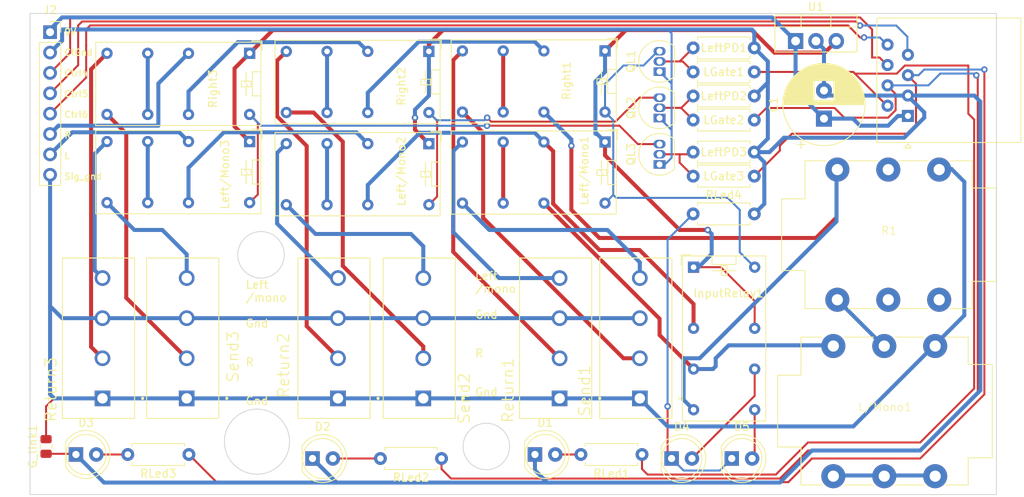
<source format=kicad_pcb>
(kicad_pcb (version 20221018) (generator pcbnew)
  (layers (0 "F.Cu" signal) (31 "B.Cu" signal) (34 "B.Paste" user) (35 "F.Paste" user) (36 "B.SilkS" user "B.Silkscreen") (37 "F.SilkS" user "F.Silkscreen") (38 "B.Mask" user) (39 "F.Mask" user) (44 "Edge.Cuts" user))
  (net 0 "")
  (net 1 "Net-(D2-A)")
  (net 2 "/9V")
  (net 3 "/Ctrl_GND")
  (net 4 "Net-(D1-A)")
  (net 5 "/R_in")
  (net 6 "/L_in")
  (net 7 "/Signal_Gnd")
  (net 8 "/R_out")
  (net 9 "Net-(D3-A)")
  (net 10 "Net-(D4-K)")
  (net 11 "/5V")
  (net 12 "/L_out")
  (net 13 "Net-(D4-A)")
  (net 14 "Net-(D5-A)")
  (net 15 "Net-(Left/Mono1-Pad11)")
  (net 16 "Net-(Right1-Pad11)")
  (net 17 "Net-(QL1-D)")
  (net 18 "Net-(QL1-G)")
  (net 19 "Net-(InputRelay1-Pad4)")
  (net 20 "/Control1")
  (net 21 "/Control2")
  (net 22 "/Control3")
  (net 23 "/Control4")
  (net 24 "/Control5")
  (net 25 "/Control6")
  (net 26 "/R_Return1")
  (net 27 "/L_Return2")
  (net 28 "/R_send1")
  (net 29 "/L_Send1")
  (net 30 "/R_Return2")
  (net 31 "/R_Return3")
  (net 32 "/L_Return3")
  (net 33 "/R_send2")
  (net 34 "/L_Send2")
  (net 35 "/R_send3")
  (net 36 "/L_Send3")
  (net 37 "/L_Return1")
  (net 38 "Net-(Left/Mono2-Pad4)")
  (net 39 "Net-(Left/Mono2-Pad11)")
  (net 40 "Net-(QL2-D)")
  (net 41 "Net-(Left/Mono3-Pad11)")
  (net 42 "Net-(QL3-D)")
  (net 43 "Net-(QL2-G)")
  (net 44 "Net-(QL3-G)")
  (net 45 "Net-(Right1-Pad4)")
  (net 46 "Net-(Right2-Pad4)")
  (net 47 "Net-(Right2-Pad11)")
  (net 48 "Net-(Right3-Pad11)")
  (net 49 "Net-(L/Mono1-PadR)")
  (net 50 "Net-(L/Mono1-PadRN)")
  (footprint "Relay_THT:Relay_DPDT_Omron_G5V-2" (layer "F.Cu") (at 148.38 42.975 -90)
    (fp_text reference "Right3")
    (fp_text value "G5V-2")
  )
  (footprint "Connector_PinSocket_2.54mm:PinSocket_1x08_P2.54mm_Vertical" (layer "F.Cu") (at 123.5 40.34)
    (fp_text reference "J2")
    (fp_text value "Conn_01x08_Pin")
  )
  (footprint "Package_TO_SOT_THT:TO-92_Inline" (layer "F.Cu") (at 199.5 56.835 90)
    (fp_text reference "QL3")
    (fp_text value "2N7000")
  )
  (footprint "TB001_500_04BE:CUI_TB001-500-04BE" (layer "F.Cu") (at 159.4 86 90)
    (fp_text reference "Return2")
    (fp_text value "Screw_Terminal_01x04")
  )
  (footprint "Relay_parts:RJ456" (layer "F.Cu") (at 230.4 50.7825 90)
    (fp_text reference "J1" hide)
    (fp_text value "8P8C" hide)
  )
  (footprint "LED_THT:LED_D5.0mm" (layer "F.Cu") (at 156.225 93.5)
    (fp_text reference "D2")
    (fp_text value "LED")
  )
  (footprint "Resistor_THT:R_Axial_DIN0207_L6.3mm_D2.5mm_P7.62mm_Horizontal" (layer "F.Cu") (at 203.69 48.295)
    (fp_text reference "LeftPD2")
    (fp_text value "R")
  )
  (footprint "TB001_500_04BE:CUI_TB001-500-04BE" (layer "F.Cu") (at 140.5375 86 90)
    (fp_text reference "Send3")
    (fp_text value "Screw_Terminal_01x04")
  )
  (footprint "Relay_parts:0.25 Audio JAck" (layer "F.Cu") (at 221.565 57.385)
    (fp_text reference "R1")
    (fp_text value "AudioJack3_Switch")
  )
  (footprint "Relay_THT:Relay_DPDT_Omron_G5V-2" (layer "F.Cu") (at 148.38 53.975 -90)
    (fp_text reference "Left/Mono3")
    (fp_text value "G5V-2")
  )
  (footprint "Package_TO_SOT_THT:TO-220-3_Vertical" (layer "F.Cu") (at 216.46 41.445)
    (fp_text reference "U1")
    (fp_text value "L7805")
  )
  (footprint "Resistor_THT:R_Axial_DIN0207_L6.3mm_D2.5mm_P7.62mm_Horizontal" (layer "F.Cu") (at 203.69 55.295)
    (fp_text reference "LeftPD3")
    (fp_text value "R")
  )
  (footprint "Resistor_THT:R_Axial_DIN0207_L6.3mm_D2.5mm_P7.62mm_Horizontal" (layer "F.Cu") (at 197.31 93 180)
    (fp_text reference "RLed1")
    (fp_text value "100")
  )
  (footprint "LED_THT:LED_D5.0mm" (layer "F.Cu") (at 201 93.5)
    (fp_text reference "D4")
    (fp_text value "LED")
  )
  (footprint "Package_TO_SOT_THT:TO-92_Inline" (layer "F.Cu") (at 199.5 51.045 90)
    (fp_text reference "QL2")
    (fp_text value "2N7000")
  )
  (footprint "Resistor_THT:R_Axial_DIN0207_L6.3mm_D2.5mm_P7.62mm_Horizontal" (layer "F.Cu") (at 211.31 58.295 180)
    (fp_text reference "LGate3")
    (fp_text value "R")
  )
  (footprint "TB001_500_04BE:CUI_TB001-500-04BE" (layer "F.Cu") (at 170.0375 86 90)
    (fp_text reference "Send2")
    (fp_text value "Screw_Terminal_01x04")
  )
  (footprint "Relay_THT:Relay_DPDT_Omron_G5V-2" (layer "F.Cu") (at 192.7 54.0325 -90)
    (fp_text reference "Left/Mono1")
    (fp_text value "G5V-2")
  )
  (footprint "Package_TO_SOT_THT:TO-92_Inline" (layer "F.Cu") (at 199.5 45.255 90)
    (fp_text reference "QL1")
    (fp_text value "2N7000")
  )
  (footprint "Relay_parts:0.25 Audio JAck" (layer "F.Cu") (at 221.065 79.385)
    (fp_text reference "L/Mono1")
    (fp_text value "AudioJack3_Switch")
  )
  (footprint "Relay_THT:Relay_DPDT_Omron_G5V-2" (layer "F.Cu") (at 192.7 42.675 -90)
    (fp_text reference "Right1")
    (fp_text value "G5V-2")
  )
  (footprint "Resistor_SMD:R_0805_2012Metric" (layer "F.Cu") (at 123 92 90)
    (fp_text reference "G_link1")
    (fp_text value "R")
  )
  (footprint "TB001_500_04BE:CUI_TB001-500-04BE" (layer "F.Cu") (at 130.0375 86 90)
    (fp_text reference "Return3")
    (fp_text value "Screw_Terminal_01x04")
  )
  (footprint "Relay_THT:Relay_DPDT_Omron_G5V-2" (layer "F.Cu") (at 203.7375 69.6425)
    (fp_text reference "InputRelay1")
    (fp_text value "G5V-2")
  )
  (footprint "Resistor_THT:R_Axial_DIN0207_L6.3mm_D2.5mm_P7.62mm_Horizontal" (layer "F.Cu") (at 211.31 51.295 180)
    (fp_text reference "LGate2")
    (fp_text value "R")
  )
  (footprint "Resistor_THT:R_Axial_DIN0207_L6.3mm_D2.5mm_P7.62mm_Horizontal" (layer "F.Cu") (at 211.31 45.295 180)
    (fp_text reference "LGate1")
    (fp_text value "R")
  )
  (footprint "LED_THT:LED_D5.0mm" (layer "F.Cu") (at 126.725 93)
    (fp_text reference "D3")
    (fp_text value "LED")
  )
  (footprint "TB001_500_04BE:CUI_TB001-500-04BE" (layer "F.Cu") (at 187.0375 86 90)
    (fp_text reference "Return1")
    (fp_text value "Screw_Terminal_01x04")
  )
  (footprint "TB001_500_04BE:CUI_TB001-500-04BE" (layer "F.Cu") (at 197.0375 86 90)
    (fp_text reference "Send1")
    (fp_text value "Screw_Terminal_01x04")
  )
  (footprint "LED_THT:LED_D5.0mm" (layer "F.Cu") (at 183.96 93)
    (fp_text reference "D1")
    (fp_text value "LED")
  )
  (footprint "Capacitor_THT:CP_Radial_D10.0mm_P3.50mm" (layer "F.Cu") (at 220 51.117677 90)
    (fp_text reference "C1")
    (fp_text value "C_Polarized")
  )
  (footprint "Resistor_THT:R_Axial_DIN0207_L6.3mm_D2.5mm_P7.62mm_Horizontal" (layer "F.Cu") (at 203.69 42.295)
    (fp_text reference "LeftPD1")
    (fp_text value "R")
  )
  (footprint "Relay_THT:Relay_DPDT_Omron_G5V-2" (layer "F.Cu") (at 170.7375 54.2375 -90)
    (fp_text reference "Left/Mono2")
    (fp_text value "G5V-2")
  )
  (footprint "LED_THT:LED_D5.0mm" (layer "F.Cu") (at 208.5 93.5)
    (fp_text reference "D5")
    (fp_text value "LED")
  )
  (footprint "Relay_THT:Relay_DPDT_Omron_G5V-2" (layer "F.Cu") (at 170.7375 42.7375 -90)
    (fp_text reference "Right2")
    (fp_text value "G5V-2")
  )
  (footprint "Resistor_THT:R_Axial_DIN0207_L6.3mm_D2.5mm_P7.62mm_Horizontal" (layer "F.Cu") (at 140.81 93 180)
    (fp_text reference "RLed3")
    (fp_text value "100")
  )
  (footprint "Resistor_THT:R_Axial_DIN0207_L6.3mm_D2.5mm_P7.62mm_Horizontal" (layer "F.Cu") (at 203.69 63)
    (fp_text reference "RLed4")
    (fp_text value "?")
  )
  (footprint "Resistor_THT:R_Axial_DIN0207_L6.3mm_D2.5mm_P7.62mm_Horizontal" (layer "F.Cu") (at 172.31 93.5 180)
    (fp_text reference "RLed2")
    (fp_text value "100")
  )
  (gr_circle (center 177.9 92) (end 180 94) (stroke (width 0.1)) (fill none) (layer "Edge.Cuts"))
  (gr_rect (start 121 38) (end 241.5 98) (stroke (width 0.1)) (fill none) (layer "Edge.Cuts"))
  (gr_circle (center 149.8 68.1) (end 151.9 70.1) (stroke (width 0.1)) (fill none) (layer "Edge.Cuts"))
  (gr_circle (center 149.3 91.4) (end 151.8 94.6) (stroke (width 0.1)) (fill none) (layer "Edge.Cuts"))
  (gr_text "9V\n\nCtGnd\n\nCtrl4\n\nCtrl5\n\nCtrl6\n\nR\n\nL\n\nSig_gnd\n" (at 125.2 58.8) (layer "F.SilkS") (effects (font (size 0.8 0.8)) (justify left bottom)))
  (gr_text "Left\n/mono\n\nGnd\n\n\nR\n\n\nGnd" (at 147.8 86.9) (layer "F.SilkS") (effects (font (size 1 1)) (justify left bottom)))
  (gr_text "Left\n/mono\n\nGnd\n\n\nR\n\n\nGnd" (at 176.4 85.8) (layer "F.SilkS") (effects (font (size 1 1)) (justify left bottom)))
  (segment (start 164.69 93.5) (end 158.765 93.5) (width 0.25) (layer "F.Cu") (net 1))
  (segment (start 216.46 41.445) (end 216.46 47.577677) (width 0.5) (layer "B.Cu") (net 2))
  (segment (start 213.515 38.5) (end 216.46 41.445) (width 0.5) (layer "B.Cu") (net 2))
  (segment (start 216.46 47.577677) (end 220 51.117677) (width 0.5) (layer "B.Cu") (net 2))
  (segment (start 223.617677 51.117677) (end 220 51.117677) (width 0.5) (layer "B.Cu") (net 2))
  (segment (start 123.5 40.34) (end 123.5 40) (width 0.5) (layer "B.Cu") (net 2))
  (segment (start 228 52) (end 224.5 52) (width 0.5) (layer "B.Cu") (net 2))
  (segment (start 125 38.5) (end 213.515 38.5) (width 0.5) (layer "B.Cu") (net 2))
  (segment (start 229.2175 50.7825) (end 228 52) (width 0.5) (layer "B.Cu") (net 2))
  (segment (start 230.4 50.7825) (end 229.2175 50.7825) (width 0.5) (layer "B.Cu") (net 2))
  (segment (start 224.5 52) (end 223.617677 51.117677) (width 0.5) (layer "B.Cu") (net 2))
  (segment (start 123.5 40) (end 125 38.5) (width 0.5) (layer "B.Cu") (net 2))
  (segment (start 126.6375 92.9125) (end 126.725 93) (width 0.25) (layer "F.Cu") (net 3))
  (segment (start 123 92.9125) (end 126.6375 92.9125) (width 0.25) (layer "F.Cu") (net 3))
  (segment (start 159.225 96.5) (end 130.225 96.5) (width 0.5) (layer "B.Cu") (net 3))
  (segment (start 201 40.5) (end 200.5 40) (width 0.25) (layer "B.Cu") (net 3))
  (segment (start 232.5 50.3425) (end 232.5 51) (width 0.5) (layer "B.Cu") (net 3))
  (segment (start 213 43.985) (end 213 45.5) (width 0.5) (layer "B.Cu") (net 3))
  (segment (start 230 53.5) (end 215 53.5) (width 0.5) (layer "B.Cu") (net 3))
  (segment (start 238.7425 48.2425) (end 239.5 49) (width 0.5) (layer "B.Cu") (net 3))
  (segment (start 239.5 49) (end 239.5 85) (width 0.5) (layer "B.Cu") (net 3))
  (segment (start 239.5 85) (end 232 92.5) (width 0.5) (layer "B.Cu") (net 3))
  (segment (start 199.5 56.835) (end 200.165 56.835) (width 0.25) (layer "B.Cu") (net 3))
  (segment (start 183.96 94.96) (end 183.96 93) (width 0.5) (layer "B.Cu") (net 3))
  (segment (start 214.5 96.5) (end 186 96.5) (width 0.5) (layer "B.Cu") (net 3))
  (segment (start 123.5 42.88) (end 125 41.38) (width 0.5) (layer "B.Cu") (net 3))
  (segment (start 130.225 96.5) (end 126.725 93) (width 0.5) (layer "B.Cu") (net 3))
  (segment (start 211.31 40.31) (end 211.31 42.295) (width 0.5) (layer "B.Cu") (net 3))
  (segment (start 230.4 48.2425) (end 220.624823 48.2425) (width 0.5) (layer "B.Cu") (net 3))
  (segment (start 220.624823 48.2425) (end 220 47.617677) (width 0.5) (layer "B.Cu") (net 3))
  (segment (start 215 53.5) (end 213.205 55.295) (width 0.5) (layer "B.Cu") (net 3))
  (segment (start 186 96.5) (end 185.5 96.5) (width 0.5) (layer "B.Cu") (net 3))
  (segment (start 232 92.5) (end 218.5 92.5) (width 0.5) (layer "B.Cu") (net 3))
  (segment (start 220 47.617677) (end 220 42.445) (width 0.5) (layer "B.Cu") (net 3))
  (segment (start 211.31 55.295) (end 212.56 56.545) (width 0.5) (layer "B.Cu") (net 3))
  (segment (start 201 52.545) (end 199.5 51.045) (width 0.25) (layer "B.Cu") (net 3))
  (segment (start 211 40) (end 211.31 40.31) (width 0.5) (layer "B.Cu") (net 3))
  (segment (start 212.56 56.545) (end 212.56 61.75) (width 0.5) (layer "B.Cu") (net 3))
  (segment (start 230.4 48.2425) (end 238.7425 48.2425) (width 0.5) (layer "B.Cu") (net 3))
  (segment (start 125 40) (end 198 40) (width 0.5) (layer "B.Cu") (net 3))
  (segment (start 213 45.5) (end 213 46.605) (width 0.5) (layer "B.Cu") (net 3))
  (segment (start 213.205 55.295) (end 211.31 55.295) (width 0.5) (layer "B.Cu") (net 3))
  (segment (start 212.56 61.75) (end 211.31 63) (width 0.5) (layer "B.Cu") (net 3))
  (segment (start 213 46.605) (end 211.31 48.295) (width 0.5) (layer "B.Cu") (net 3))
  (segment (start 159.225 96.5) (end 156.225 93.5) (width 0.5) (layer "B.Cu") (net 3))
  (segment (start 201 56) (end 201 52.545) (width 0.25) (layer "B.Cu") (net 3))
  (segment (start 211.31 42.295) (end 213 43.985) (width 0.5) (layer "B.Cu") (net 3))
  (segment (start 213 53.605) (end 213 45.5) (width 0.5) (layer "B.Cu") (net 3))
  (segment (start 186 96.5) (end 159.225 96.5) (width 0.5) (layer "B.Cu") (net 3))
  (segment (start 200.5 40) (end 211 40) (width 0.5) (layer "B.Cu") (net 3))
  (segment (start 201 46.755) (end 199.5 45.255) (width 0.25) (layer "B.Cu") (net 3))
  (segment (start 200.165 56.835) (end 201 56) (width 0.25) (layer "B.Cu") (net 3))
  (segment (start 220 42.445) (end 219 41.445) (width 0.5) (layer "B.Cu") (net 3))
  (segment (start 201 46.755) (end 201 40.5) (width 0.25) (layer "B.Cu") (net 3))
  (segment (start 211.31 55.295) (end 213 53.605) (width 0.5) (layer "B.Cu") (net 3))
  (segment (start 198 40) (end 200.5 40) (width 0.5) (layer "B.Cu") (net 3))
  (segment (start 201 52.545) (end 201 46.755) (width 0.25) (layer "B.Cu") (net 3))
  (segment (start 185.5 96.5) (end 183.96 94.96) (width 0.5) (layer "B.Cu") (net 3))
  (segment (start 232.5 51) (end 230 53.5) (width 0.5) (layer "B.Cu") (net 3))
  (segment (start 125 41.38) (end 125 40) (width 0.5) (layer "B.Cu") (net 3))
  (segment (start 218.5 92.5) (end 214.5 96.5) (width 0.5) (layer "B.Cu") (net 3))
  (segment (start 230.4 48.2425) (end 232.5 50.3425) (width 0.5) (layer "B.Cu") (net 3))
  (segment (start 189.69 93) (end 186.5 93) (width 0.25) (layer "F.Cu") (net 4))
  (segment (start 191.5 65.5) (end 188.5 62.5) (width 0.5) (layer "F.Cu") (net 5))
  (segment (start 192 66) (end 191.5 65.5) (width 0.5) (layer "F.Cu") (net 5))
  (segment (start 214 66) (end 192 66) (width 0.5) (layer "F.Cu") (net 5))
  (segment (start 221.565 57.385) (end 221.565 63.435) (width 0.5) (layer "F.Cu") (net 5))
  (segment (start 188.5 62.5) (end 188.5 54.5) (width 0.5) (layer "F.Cu") (net 5))
  (segment (start 219 66) (end 214 66) (width 0.5) (layer "F.Cu") (net 5))
  (segment (start 221.565 63.435) (end 220.5 64.5) (width 0.5) (layer "F.Cu") (net 5))
  (segment (start 220.5 64.5) (end 219 66) (width 0.5) (layer "F.Cu") (net 5))
  (via (at 188.5 54.5) (size 0.8) (drill 0.4) (layers "F.Cu" "B.Cu") (net 5))
  (segment (start 202.5 86.185) (end 202.5 81) (width 0.5) (layer "B.Cu") (net 5))
  (segment (start 188.5 54.5) (end 188.5 53.715) (width 0.5) (layer "B.Cu") (net 5))
  (segment (start 188.5 53.715) (end 185.08 50.295) (width 0.5) (layer "B.Cu") (net 5))
  (segment (start 202.5 81) (end 204.5 81) (width 0.5) (layer "B.Cu") (net 5))
  (segment (start 204.5 81) (end 221.565 63.935) (width 0.5) (layer "B.Cu") (net 5))
  (segment (start 221.565 63.935) (end 221.565 57.385) (width 0.5) (layer "B.Cu") (net 5))
  (segment (start 203.7375 87.4225) (end 202.5 86.185) (width 0.5) (layer "B.Cu") (net 5))
  (segment (start 199.5 76.0725) (end 199.5 78.105) (width 0.5) (layer "F.Cu") (net 6))
  (segment (start 199.5 78.105) (end 203.7375 82.3425) (width 0.5) (layer "F.Cu") (net 6))
  (segment (start 185.08 61.6525) (end 199.5 76.0725) (width 0.5) (layer "F.Cu") (net 6))
  (segment (start 206.1575 82.3425) (end 203.7375 82.3425) (width 0.5) (layer "B.Cu") (net 6))
  (segment (start 206.5 81) (end 206.5 82) (width 0.5) (layer "B.Cu") (net 6))
  (segment (start 221.065 79.385) (end 208.115 79.385) (width 0.5) (layer "B.Cu") (net 6))
  (segment (start 208.115 79.385) (end 206.5 81) (width 0.5) (layer "B.Cu") (net 6))
  (segment (start 206.5 82) (end 206.1575 82.3425) (width 0.5) (layer "B.Cu") (net 6))
  (segment (start 124 86) (end 130.0375 86) (width 0.25) (layer "F.Cu") (net 7))
  (segment (start 123 87) (end 124 86) (width 0.25) (layer "F.Cu") (net 7))
  (segment (start 123 91.0875) (end 123 87) (width 0.25) (layer "F.Cu") (net 7))
  (segment (start 187.0375 76) (end 197.0375 76) (width 0.5) (layer "B.Cu") (net 7))
  (segment (start 140.5375 76) (end 130.0375 76) (width 0.5) (layer "B.Cu") (net 7))
  (segment (start 235.885 57.385) (end 234.265 57.385) (width 0.5) (layer "B.Cu") (net 7))
  (segment (start 197.0375 86) (end 187.0375 86) (width 0.5) (layer "B.Cu") (net 7))
  (segment (start 200.5 89.5) (end 223.65 89.5) (width 0.5) (layer "B.Cu") (net 7))
  (segment (start 164.5 76) (end 170.0375 76) (width 0.5) (layer "B.Cu") (net 7))
  (segment (start 130.0375 86) (end 140.5375 86) (width 0.5) (layer "B.Cu") (net 7))
  (segment (start 123.5 74.5) (end 125 76) (width 0.5) (layer "B.Cu") (net 7))
  (segment (start 197.0375 86.0375) (end 200.5 89.5) (width 0.5) (layer "B.Cu") (net 7))
  (segment (start 159.5 76) (end 164.5 76) (width 0.5) (layer "B.Cu") (net 7))
  (segment (start 123.5 58.12) (end 123.5 74.5) (width 0.5) (layer "B.Cu") (net 7))
  (segment (start 159.5 76) (end 140.5375 76) (width 0.5) (layer "B.Cu") (net 7))
  (segment (start 164.5 86) (end 170.0375 86) (width 0.5) (layer "B.Cu") (net 7))
  (segment (start 124 86) (end 130.0375 86) (width 0.5) (layer "B.Cu") (net 7))
  (segment (start 170.0375 86) (end 187.0375 86) (width 0.5) (layer "B.Cu") (net 7))
  (segment (start 140.5375 86) (end 159.5 86) (width 0.5) (layer "B.Cu") (net 7))
  (segment (start 223.65 89.5) (end 233.765 79.385) (width 0.5) (layer "B.Cu") (net 7))
  (segment (start 159.5 86) (end 164.5 86) (width 0.5) (layer "B.Cu") (net 7))
  (segment (start 237.5 75.65) (end 237.5 59) (width 0.5) (layer "B.Cu") (net 7))
  (segment (start 233.765 79.385) (end 237.5 75.65) (width 0.5) (layer "B.Cu") (net 7))
  (segment (start 187.0375 76) (end 170.0375 76) (width 0.5) (layer "B.Cu") (net 7))
  (segment (start 237.5 59) (end 235.885 57.385) (width 0.5) (layer "B.Cu") (net 7))
  (segment (start 197.0375 86) (end 197.0375 86.0375) (width 0.5) (layer "B.Cu") (net 7))
  (segment (start 125 76) (end 130.0375 76) (width 0.5) (layer "B.Cu") (net 7))
  (segment (start 123.5 74.5) (end 123.5 85.5) (width 0.5) (layer "B.Cu") (net 7))
  (segment (start 123.5 85.5) (end 124 86) (width 0.5) (layer "B.Cu") (net 7))
  (segment (start 137 52) (end 137 46.735) (width 0.5) (layer "B.Cu") (net 8))
  (segment (start 137 46.735) (end 140.76 42.975) (width 0.5) (layer "B.Cu") (net 8))
  (segment (start 124.54 52) (end 137 52) (width 0.5) (layer "B.Cu") (net 8))
  (segment (start 123.5 53.04) (end 124.54 52) (width 0.5) (layer "B.Cu") (net 8))
  (segment (start 133.19 93) (end 129.265 93) (width 0.25) (layer "F.Cu") (net 9))
  (segment (start 200.5 87) (end 200.5 93) (width 0.25) (layer "F.Cu") (net 10))
  (segment (start 200.5 93) (end 201 93.5) (width 0.25) (layer "F.Cu") (net 10))
  (via (at 200.5 87) (size 0.8) (drill 0.4) (layers "F.Cu" "B.Cu") (net 10))
  (segment (start 207 95) (end 208.5 93.5) (width 0.25) (layer "B.Cu") (net 10))
  (segment (start 200.5 80.5) (end 200.5 87) (width 0.25) (layer "B.Cu") (net 10))
  (segment (start 200.5 66.19) (end 200.5 80.5) (width 0.25) (layer "B.Cu") (net 10))
  (segment (start 203.69 63) (end 200.5 66.19) (width 0.25) (layer "B.Cu") (net 10))
  (segment (start 201 93.5) (end 202.5 95) (width 0.25) (layer "B.Cu") (net 10))
  (segment (start 202.5 95) (end 207 95) (width 0.25) (layer "B.Cu") (net 10))
  (segment (start 213.82 42.895) (end 211 40.075) (width 0.5) (layer "F.Cu") (net 11))
  (segment (start 169 52.5) (end 170.7375 54.2375) (width 0.5) (layer "F.Cu") (net 11))
  (segment (start 194.9375 40.4375) (end 194 41.375) (width 0.5) (layer "F.Cu") (net 11))
  (segment (start 146.5 52.095) (end 148.38 53.975) (width 0.5) (layer "F.Cu") (net 11))
  (segment (start 149.9275 41.4275) (end 148.38 42.975) (width 0.5) (layer "F.Cu") (net 11))
  (segment (start 148.38 42.975) (end 146.5 44.855) (width 0.5) (layer "F.Cu") (net 11))
  (segment (start 151.28 40.075) (end 149.9275 41.4275) (width 0.5) (layer "F.Cu") (net 11))
  (segment (start 192.7 54.0325) (end 192.7 55.7) (width 0.5) (layer "F.Cu") (net 11))
  (segment (start 192.7 55.7) (end 202 65) (width 0.5) (layer "F.Cu") (net 11))
  (segment (start 195.3 40.075) (end 172.5 40.075) (width 0.5) (layer "F.Cu") (net 11))
  (segment (start 207.1425 69.6425) (end 211.3575 73.8575) (width 0.25) (layer "F.Cu") (net 11))
  (segment (start 172.5 40.075) (end 170.7375 41.8375) (width 0.5) (layer "F.Cu") (net 11))
  (segment (start 211 40.075) (end 195.3 40.075) (width 0.5) (layer "F.Cu") (net 11))
  (segment (start 220.09 42.895) (end 213.82 42.895) (width 0.5) (layer "F.Cu") (net 11))
  (segment (start 195.3 40.075) (end 194.9375 40.4375) (width 0.5) (layer "F.Cu") (net 11))
  (segment (start 202 65) (end 205.5 65) (width 0.5) (layer "F.Cu") (net 11))
  (segment (start 172.5 40.075) (end 151.28 40.075) (width 0.5) (layer "F.Cu") (net 11))
  (segment (start 146.5 44.855) (end 146.5 52.095) (width 0.5) (layer "F.Cu") (net 11))
  (segment (start 194.9375 40.4375) (end 192.7 42.675) (width 0.5) (layer "F.Cu") (net 11))
  (segment (start 169 51) (end 169 52.5) (width 0.5) (layer "F.Cu") (net 11))
  (segment (start 170.7375 41.8375) (end 170.7375 42.7375) (width 0.5) (layer "F.Cu") (net 11))
  (segment (start 203.7375 69.6425) (end 207.1425 69.6425) (width 0.25) (layer "F.Cu") (net 11))
  (segment (start 221.54 41.445) (end 220.09 42.895) (width 0.5) (layer "F.Cu") (net 11))
  (segment (start 211.3575 73.8575) (end 211.3575 77.2625) (width 0.25) (layer "F.Cu") (net 11))
  (via (at 169 51) (size 0.8) (drill 0.4) (layers "F.Cu" "B.Cu") (net 11))
  (via (at 205.5 65) (size 0.8) (drill 0.4) (layers "F.Cu" "B.Cu") (net 11))
  (segment (start 169 50) (end 170.7375 48.2625) (width 0.5) (layer "B.Cu") (net 11))
  (segment (start 206 68) (end 204.3575 69.6425) (width 0.5) (layer "B.Cu") (net 11))
  (segment (start 191.5 46.5) (end 191.5 53) (width 0.5) (layer "B.Cu") (net 11))
  (segment (start 205.5 65) (end 206 65.5) (width 0.5) (layer "B.Cu") (net 11))
  (segment (start 204.3575 69.6425) (end 203.7375 69.6425) (width 0.5) (layer "B.Cu") (net 11))
  (segment (start 206 65.5) (end 206 68) (width 0.5) (layer "B.Cu") (net 11))
  (segment (start 191.5 53) (end 191.6675 53) (width 0.5) (layer "B.Cu") (net 11))
  (segment (start 169 51) (end 169 50) (width 0.5) (layer "B.Cu") (net 11))
  (segment (start 192.7 45.3) (end 191.5 46.5) (width 0.5) (layer "B.Cu") (net 11))
  (segment (start 170.7375 48.2625) (end 170.7375 42.7375) (width 0.5) (layer "B.Cu") (net 11))
  (segment (start 192.7 42.675) (end 192.7 45.3) (width 0.5) (layer "B.Cu") (net 11))
  (segment (start 191.6675 53) (end 192.7 54.0325) (width 0.5) (layer "B.Cu") (net 11))
  (segment (start 123.5 55.58) (end 126.255 52.825) (width 0.5) (layer "B.Cu") (net 12))
  (segment (start 139.61 52.825) (end 140.76 53.975) (width 0.5) (layer "B.Cu") (net 12))
  (segment (start 126.255 52.825) (end 139.61 52.825) (width 0.5) (layer "B.Cu") (net 12))
  (segment (start 211.3575 85.6825) (end 211.3575 82.3425) (width 0.25) (layer "F.Cu") (net 13))
  (segment (start 203.54 93.5) (end 211.3575 85.6825) (width 0.25) (layer "F.Cu") (net 13))
  (segment (start 211.3575 87.4225) (end 211.3575 93.1825) (width 0.25) (layer "F.Cu") (net 14))
  (segment (start 211.3575 93.1825) (end 211.04 93.5) (width 0.25) (layer "F.Cu") (net 14))
  (segment (start 180 61.6525) (end 180 54.0325) (width 0.5) (layer "F.Cu") (net 15))
  (segment (start 180 50.295) (end 180 42.675) (width 0.5) (layer "F.Cu") (net 16))
  (segment (start 199.275 42.715) (end 197.49 44.5) (width 0.25) (layer "B.Cu") (net 17))
  (segment (start 193.725 60.6275) (end 194.0975 61) (width 0.25) (layer "B.Cu") (net 17))
  (segment (start 192.7 50.295) (end 193.725 51.32) (width 0.25) (layer "B.Cu") (net 17))
  (segment (start 195 44.5) (end 192.7 46.8) (width 0.25) (layer "B.Cu") (net 17))
  (segment (start 209.5 67.785) (end 211.3575 69.6425) (width 0.25) (layer "B.Cu") (net 17))
  (segment (start 208 61) (end 209.5 62.5) (width 0.25) (layer "B.Cu") (net 17))
  (segment (start 209.5 62.5) (end 209.5 67.785) (width 0.25) (layer "B.Cu") (net 17))
  (segment (start 193.725 60.6275) (end 192.7 61.6525) (width 0.25) (layer "B.Cu") (net 17))
  (segment (start 193.725 51.32) (end 193.725 60.6275) (width 0.25) (layer "B.Cu") (net 17))
  (segment (start 192.7 46.8) (end 192.7 50.295) (width 0.25) (layer "B.Cu") (net 17))
  (segment (start 199.5 42.715) (end 199.275 42.715) (width 0.25) (layer "B.Cu") (net 17))
  (segment (start 197.49 44.5) (end 195 44.5) (width 0.25) (layer "B.Cu") (net 17))
  (segment (start 194.0975 61) (end 208 61) (width 0.25) (layer "B.Cu") (net 17))
  (segment (start 202 43.985) (end 202.38 43.985) (width 0.25) (layer "F.Cu") (net 18))
  (segment (start 202 43.985) (end 203.69 42.295) (width 0.25) (layer "F.Cu") (net 18))
  (segment (start 202.38 43.985) (end 203.69 45.295) (width 0.25) (layer "F.Cu") (net 18))
  (segment (start 199.5 43.985) (end 202 43.985) (width 0.25) (layer "F.Cu") (net 18))
  (segment (start 186.23 61.73) (end 192 67.5) (width 0.5) (layer "F.Cu") (net 19))
  (segment (start 185.08 54.0325) (end 186.23 55.1825) (width 0.5) (layer "F.Cu") (net 19))
  (segment (start 197 67.5) (end 203.7375 74.2375) (width 0.5) (layer "F.Cu") (net 19))
  (segment (start 192 67.5) (end 197 67.5) (width 0.5) (layer "F.Cu") (net 19))
  (segment (start 186.23 55.1825) (end 186.23 61.73) (width 0.5) (layer "F.Cu") (net 19))
  (segment (start 203.7375 74.2375) (end 203.7375 77.2625) (width 0.5) (layer "F.Cu") (net 19))
  (segment (start 163.1175 59.3825) (end 163.1175 61.8575) (width 0.5) (layer "B.Cu") (net 19))
  (segment (start 169.6175 52.8825) (end 163.1175 59.3825) (width 0.5) (layer "B.Cu") (net 19))
  (segment (start 183.93 52.8825) (end 169.6175 52.8825) (width 0.5) (layer "B.Cu") (net 19))
  (segment (start 185.08 54.0325) (end 183.93 52.8825) (width 0.5) (layer "B.Cu") (net 19))
  (segment (start 223.6425 45.295) (end 223.855 45.5075) (width 0.25) (layer "F.Cu") (net 20))
  (segment (start 218 91.5) (end 214 95.5) (width 0.25) (layer "F.Cu") (net 20))
  (segment (start 230.08222 44.5) (end 238 44.5) (width 0.25) (layer "F.Cu") (net 20))
  (segment (start 238.725 84.775) (end 232 91.5) (width 0.25) (layer "F.Cu") (net 20))
  (segment (start 238 44.5) (end 238 50.509428) (width 0.25) (layer "F.Cu") (net 20))
  (segment (start 229.07472 45.5075) (end 230.08222 44.5) (width 0.25) (layer "F.Cu") (net 20))
  (segment (start 214 95.5) (end 198 95.5) (width 0.25) (layer "F.Cu") (net 20))
  (segment (start 223.855 45.5075) (end 229.07472 45.5075) (width 0.25) (layer "F.Cu") (net 20))
  (segment (start 197.31 94.81) (end 197.31 93.5) (width 0.25) (layer "F.Cu") (net 20))
  (segment (start 238.725 51.234428) (end 238.725 84.775) (width 0.25) (layer "F.Cu") (net 20))
  (segment (start 238 50.509428) (end 238.725 51.234428) (width 0.25) (layer "F.Cu") (net 20))
  (segment (start 223.6425 45.295) (end 211.31 45.295) (width 0.25) (layer "F.Cu") (net 20))
  (segment (start 198 95.5) (end 197.31 94.81) (width 0.25) (layer "F.Cu") (net 20))
  (segment (start 227.86 49.5125) (end 223.6425 45.295) (width 0.25) (layer "F.Cu") (net 20))
  (segment (start 232 91.5) (end 218 91.5) (width 0.25) (layer "F.Cu") (net 20))
  (segment (start 172.31 94.81) (end 173.5 96) (width 0.25) (layer "F.Cu") (net 21))
  (segment (start 228 51) (end 222.532323 51) (width 0.25) (layer "F.Cu") (net 21))
  (segment (start 232 92.5) (end 239.175 85.325) (width 0.25) (layer "F.Cu") (net 21))
  (segment (start 212.812323 49.792677) (end 211.31 51.295) (width 0.25) (layer "F.Cu") (net 21))
  (segment (start 214.5 96) (end 218 92.5) (width 0.25) (layer "F.Cu") (net 21))
  (segment (start 218 92.5) (end 232 92.5) (width 0.25) (layer "F.Cu") (net 21))
  (segment (start 221.325 49.792677) (end 212.812323 49.792677) (width 0.25) (layer "F.Cu") (net 21))
  (segment (start 227.86 46.9725) (end 228.935 48.0475) (width 0.25) (layer "F.Cu") (net 21))
  (segment (start 173.5 96) (end 214.5 96) (width 0.25) (layer "F.Cu") (net 21))
  (segment (start 228.935 50.065) (end 228 51) (width 0.25) (layer "F.Cu") (net 21))
  (segment (start 228.935 48.0475) (end 228.935 50.065) (width 0.25) (layer "F.Cu") (net 21))
  (segment (start 239.175 85.325) (end 239.175 45.8995) (width 0.25) (layer "F.Cu") (net 21))
  (segment (start 222.532323 51) (end 221.325 49.792677) (width 0.25) (layer "F.Cu") (net 21))
  (segment (start 239.175 45.8995) (end 239 45.7245) (width 0.25) (layer "F.Cu") (net 21))
  (segment (start 172.31 93.5) (end 172.31 94.81) (width 0.25) (layer "F.Cu") (net 21))
  (via (at 239 45.7245) (size 0.8) (drill 0.4) (layers "F.Cu" "B.Cu") (net 21))
  (segment (start 234.524598 45.5) (end 239 45.5) (width 0.25) (layer "B.Cu") (net 21))
  (segment (start 233.0275 46.9725) (end 234.5 45.5) (width 0.25) (layer "B.Cu") (net 21))
  (segment (start 234.512299 45.512299) (end 234.524598 45.5) (width 0.25) (layer "B.Cu") (net 21))
  (segment (start 239 45.5) (end 239 45.7245) (width 0.25) (layer "B.Cu") (net 21))
  (segment (start 234.5 45.5) (end 234.512299 45.512299) (width 0.25) (layer "B.Cu") (net 21))
  (segment (start 227.86 46.9725) (end 233.0275 46.9725) (width 0.25) (layer "B.Cu") (net 21))
  (segment (start 216 53) (end 214.5 54.5) (width 0.25) (layer "F.Cu") (net 22))
  (segment (start 215.55 96.45) (end 144.26 96.45) (width 0.25) (layer "F.Cu") (net 22))
  (segment (start 230.3325 53) (end 216 53) (width 0.25) (layer "F.Cu") (net 22))
  (segment (start 230.4 45.7025) (end 231.475 46.7775) (width 0.25) (layer "F.Cu") (net 22))
  (segment (start 214.5 54.5) (end 214.5 55.105) (width 0.25) (layer "F.Cu") (net 22))
  (segment (start 232 93.5) (end 218.5 93.5) (width 0.25) (layer "F.Cu") (net 22))
  (segment (start 231.475 51.8575) (end 230.3325 53) (width 0.25) (layer "F.Cu") (net 22))
  (segment (start 218.5 93.5) (end 215.55 96.45) (width 0.25) (layer "F.Cu") (net 22))
  (segment (start 144.26 96.45) (end 140.81 93) (width 0.25) (layer "F.Cu") (net 22))
  (segment (start 240 85.5) (end 232 93.5) (width 0.25) (layer "F.Cu") (net 22))
  (segment (start 231.475 46.7775) (end 231.475 51.8575) (width 0.25) (layer "F.Cu") (net 22))
  (segment (start 214.5 55.105) (end 211.31 58.295) (width 0.25) (layer "F.Cu") (net 22))
  (segment (start 240 45) (end 240 85.5) (width 0.25) (layer "F.Cu") (net 22))
  (via (at 240 45) (size 0.8) (drill 0.4) (layers "F.Cu" "B.Cu") (net 22))
  (segment (start 232.5 45) (end 238.5 45) (width 0.25) (layer "B.Cu") (net 22))
  (segment (start 238.5 45) (end 239 45) (width 0.25) (layer "B.Cu") (net 22))
  (segment (start 230.4 45.7025) (end 231.7975 45.7025) (width 0.25) (layer "B.Cu") (net 22))
  (segment (start 239 45) (end 240 45) (width 0.25) (layer "B.Cu") (net 22))
  (segment (start 231.7975 45.7025) (end 232 45.5) (width 0.25) (layer "B.Cu") (net 22))
  (segment (start 232 45.5) (end 232.5 45) (width 0.25) (layer "B.Cu") (net 22))
  (segment (start 226.9275 43.5) (end 227.86 44.4325) (width 0.25) (layer "F.Cu") (net 23))
  (segment (start 126 38.5) (end 224.5 38.5) (width 0.25) (layer "F.Cu") (net 23))
  (segment (start 126 42.92) (end 126 38.5) (width 0.25) (layer "F.Cu") (net 23))
  (segment (start 226 40) (end 226 43.5) (width 0.25) (layer "F.Cu") (net 23))
  (segment (start 226 43.5) (end 226.9275 43.5) (width 0.25) (layer "F.Cu") (net 23))
  (segment (start 224.5 38.5) (end 226 40) (width 0.25) (layer "F.Cu") (net 23))
  (segment (start 123.5 45.42) (end 126 42.92) (width 0.25) (layer "F.Cu") (net 23))
  (segment (start 127 39.5) (end 127.5 39) (width 0.25) (layer "F.Cu") (net 24))
  (segment (start 127.5 39) (end 223.975402 39) (width 0.25) (layer "F.Cu") (net 24))
  (segment (start 223.975402 39) (end 224.487701 39.512299) (width 0.25) (layer "F.Cu") (net 24))
  (segment (start 123.5 47.96) (end 127 44.46) (width 0.25) (layer "F.Cu") (net 24))
  (segment (start 127 44.46) (end 127 39.5) (width 0.25) (layer "F.Cu") (net 24))
  (via (at 224.487701 39.512299) (size 0.8) (drill 0.4) (layers "F.Cu" "B.Cu") (net 24))
  (segment (start 229.012299 39.512299) (end 230.4 40.9) (width 0.25) (layer "B.Cu") (net 24))
  (segment (start 224.487701 39.512299) (end 229.012299 39.512299) (width 0.25) (layer "B.Cu") (net 24))
  (segment (start 230.4 40.9) (end 230.4 43.1625) (width 0.25) (layer "B.Cu") (net 24))
  (segment (start 224 40.5) (end 224.5 41) (width 0.25) (layer "F.Cu") (net 25))
  (segment (start 128 40) (end 128.5 39.5) (width 0.25) (layer "F.Cu") (net 25))
  (segment (start 223 39.5) (end 224 40.5) (width 0.25) (layer "F.Cu") (net 25))
  (segment (start 123.5 50.5) (end 128 46) (width 0.25) (layer "F.Cu") (net 25))
  (segment (start 128.5 39.5) (end 223 39.5) (width 0.25) (layer "F.Cu") (net 25))
  (segment (start 224.5 41) (end 225 41) (width 0.25) (layer "F.Cu") (net 25))
  (segment (start 128 46) (end 128 42) (width 0.25) (layer "F.Cu") (net 25))
  (segment (start 128 42) (end 128 40) (width 0.25) (layer "F.Cu") (net 25))
  (via (at 225 41) (size 0.8) (drill 0.4) (layers "F.Cu" "B.Cu") (net 25))
  (segment (start 226.9675 41) (end 227.86 41.8925) (width 0.25) (layer "B.Cu") (net 25))
  (segment (start 225 41) (end 226.9675 41) (width 0.25) (layer "B.Cu") (net 25))
  (segment (start 187.0375 81) (end 173.77 67.7325) (width 0.5) (layer "F.Cu") (net 26))
  (segment (start 173.77 43.825) (end 174.92 42.675) (width 0.5) (layer "F.Cu") (net 26))
  (segment (start 173.77 67.7325) (end 173.77 43.825) (width 0.5) (layer "F.Cu") (net 26))
  (segment (start 151.8075 64.2075) (end 151.8075 55.3875) (width 0.5) (layer "B.Cu") (net 27))
  (segment (start 159.5 71) (end 158.6 71) (width 0.5) (layer "B.Cu") (net 27))
  (segment (start 151.8075 55.3875) (end 152.9575 54.2375) (width 0.5) (layer "B.Cu") (net 27))
  (segment (start 158.6 71) (end 151.8075 64.2075) (width 0.5) (layer "B.Cu") (net 27))
  (segment (start 177.5 63.5) (end 177.5 52.875) (width 0.5) (layer "F.Cu") (net 28))
  (segment (start 177.5 52.875) (end 174.92 50.295) (width 0.5) (layer "F.Cu") (net 28))
  (segment (start 195 81) (end 177.5 63.5) (width 0.5) (layer "F.Cu") (net 28))
  (segment (start 197.0375 81) (end 195 81) (width 0.5) (layer "F.Cu") (net 28))
  (segment (start 178.2675 65) (end 193 65) (width 0.5) (layer "B.Cu") (net 29))
  (segment (start 197.0375 69.0375) (end 197.0375 71) (width 0.5) (layer "B.Cu") (net 29))
  (segment (start 193 65) (end 197.0375 69.0375) (width 0.5) (layer "B.Cu") (net 29))
  (segment (start 174.92 61.6525) (end 178.2675 65) (width 0.5) (layer "B.Cu") (net 29))
  (segment (start 151.8075 50.833846) (end 151.8075 43.8875) (width 0.5) (layer "F.Cu") (net 30))
  (segment (start 159.5 81) (end 155.5 77) (width 0.5) (layer "F.Cu") (net 30))
  (segment (start 151.8075 43.8875) (end 152.9575 42.7375) (width 0.5) (layer "F.Cu") (net 30))
  (segment (start 155.5 77) (end 155.5 54.526346) (width 0.5) (layer "F.Cu") (net 30))
  (segment (start 155.5 54.526346) (end 151.8075 50.833846) (width 0.5) (layer "F.Cu") (net 30))
  (segment (start 128.6125 44.9625) (end 130.6 42.975) (width 0.5) (layer "F.Cu") (net 31))
  (segment (start 130.0375 81) (end 128.6125 79.575) (width 0.5) (layer "F.Cu") (net 31))
  (segment (start 128.6125 79.575) (end 128.6125 44.9625) (width 0.5) (layer "F.Cu") (net 31))
  (segment (start 129.0625 70.025) (end 129.0625 55.5125) (width 0.5) (layer "B.Cu") (net 32))
  (segment (start 130.0375 71) (end 129.0625 70.025) (width 0.5) (layer "B.Cu") (net 32))
  (segment (start 129.0625 55.5125) (end 130.6 53.975) (width 0.5) (layer "B.Cu") (net 32))
  (segment (start 160 69.484745) (end 160 54) (width 0.5) (layer "F.Cu") (net 33))
  (segment (start 170.0375 79.522245) (end 160 69.484745) (width 0.5) (layer "F.Cu") (net 33))
  (segment (start 170.0375 81) (end 170.0375 79.522245) (width 0.5) (layer "F.Cu") (net 33))
  (segment (start 156.3575 50.3575) (end 152.9575 50.3575) (width 0.5) (layer "F.Cu") (net 33))
  (segment (start 160 54) (end 156.3575 50.3575) (width 0.5) (layer "F.Cu") (net 33))
  (segment (start 156.6 65.5) (end 168.5 65.5) (width 0.5) (layer "B.Cu") (net 34))
  (segment (start 152.9575 61.8575) (end 156.6 65.5) (width 0.5) (layer "B.Cu") (net 34))
  (segment (start 168.5 65.5) (end 170.0375 67.0375) (width 0.5) (layer "B.Cu") (net 34))
  (segment (start 170.0375 67.0375) (end 170.0375 71) (width 0.5) (layer "B.Cu") (net 34))
  (segment (start 140.5375 81) (end 133 73.4625) (width 0.5) (layer "F.Cu") (net 35))
  (segment (start 133 52.995) (end 130.6 50.595) (width 0.5) (layer "F.Cu") (net 35))
  (segment (start 133 73.4625) (end 133 52.995) (width 0.5) (layer "F.Cu") (net 35))
  (segment (start 137.5 65) (end 140.5375 68.0375) (width 0.5) (layer "B.Cu") (net 36))
  (segment (start 134.005 65) (end 137.5 65) (width 0.5) (layer "B.Cu") (net 36))
  (segment (start 140.5375 68.0375) (end 140.5375 71) (width 0.5) (layer "B.Cu") (net 36))
  (segment (start 130.6 61.595) (end 134.005 65) (width 0.5) (layer "B.Cu") (net 36))
  (segment (start 187.0375 71) (end 179.5 71) (width 0.5) (layer "B.Cu") (net 37))
  (segment (start 173.77 55.1825) (end 174.92 54.0325) (width 0.5) (layer "B.Cu") (net 37))
  (segment (start 179.5 71) (end 173.77 65.27) (width 0.5) (layer "B.Cu") (net 37))
  (segment (start 173.77 65.27) (end 173.77 55.1825) (width 0.5) (layer "B.Cu") (net 37))
  (segment (start 145.175 52.825) (end 140.76 57.24) (width 0.5) (layer "B.Cu") (net 38))
  (segment (start 163.1175 54.2375) (end 161.705 52.825) (width 0.5) (layer "B.Cu") (net 38))
  (segment (start 140.76 57.24) (end 140.76 61.595) (width 0.5) (layer "B.Cu") (net 38))
  (segment (start 161.705 52.825) (end 145.175 52.825) (width 0.5) (layer "B.Cu") (net 38))
  (segment (start 158.0375 54.2375) (end 158.0375 61.8575) (width 0.5) (layer "B.Cu") (net 39))
  (segment (start 194 51.5) (end 178.5 51.5) (width 0.25) (layer "F.Cu") (net 40))
  (segment (start 171.7625 60.8325) (end 170.7375 61.8575) (width 0.25) (layer "F.Cu") (net 40))
  (segment (start 171.7625 51.3825) (end 171.7625 60.8325) (width 0.25) (layer "F.Cu") (net 40))
  (segment (start 178.5 51.5) (end 178 51) (width 0.25) (layer "F.Cu") (net 40))
  (segment (start 170.7375 50.3575) (end 171.7625 51.3825) (width 0.25) (layer "F.Cu") (net 40))
  (segment (start 199.5 48.505) (end 196.995 48.505) (width 0.25) (layer "F.Cu") (net 40))
  (segment (start 196.995 48.505) (end 194 51.5) (width 0.25) (layer "F.Cu") (net 40))
  (via (at 178 51) (size 0.8) (drill 0.4) (layers "F.Cu" "B.Cu") (net 40))
  (segment (start 171.7 51.32) (end 170.7375 50.3575) (width 0.25) (layer "B.Cu") (net 40))
  (segment (start 177.68 51.32) (end 171.7 51.32) (width 0.25) (layer "B.Cu") (net 40))
  (segment (start 178 51) (end 177.68 51.32) (width 0.25) (layer "B.Cu") (net 40))
  (segment (start 135.68 53.975) (end 135.68 61.595) (width 0.5) (layer "B.Cu") (net 41))
  (segment (start 149.405 51.62) (end 149.405 60.57) (width 0.25) (layer "F.Cu") (net 42))
  (segment (start 178 52) (end 177.987701 52.012299) (width 0.25) (layer "F.Cu") (net 42))
  (segment (start 196.795 54.295) (end 194.5 52) (width 0.25) (layer "F.Cu") (net 42))
  (segment (start 148.38 50.595) (end 149.405 51.62) (width 0.25) (layer "F.Cu") (net 42))
  (segment (start 194.5 52) (end 178 52) (width 0.25) (layer "F.Cu") (net 42))
  (segment (start 199.5 54.295) (end 196.795 54.295) (width 0.25) (layer "F.Cu") (net 42))
  (segment (start 149.405 60.57) (end 148.38 61.595) (width 0.25) (layer "F.Cu") (net 42))
  (via (at 177.987701 52.012299) (size 0.8) (drill 0.4) (layers "F.Cu" "B.Cu") (net 42))
  (segment (start 172 52) (end 149.785 52) (width 0.25) (layer "B.Cu") (net 42))
  (segment (start 172.012299 52.012299) (end 172 52) (width 0.25) (layer "B.Cu") (net 42))
  (segment (start 149.785 52) (end 148.38 50.595) (width 0.25) (layer "B.Cu") (net 42))
  (segment (start 177.987701 52.012299) (end 172.012299 52.012299) (width 0.25) (layer "B.Cu") (net 42))
  (segment (start 202.21 49.775) (end 203.69 48.295) (width 0.25) (layer "F.Cu") (net 43))
  (segment (start 202.21 49.815) (end 203.69 51.295) (width 0.25) (layer "F.Cu") (net 43))
  (segment (start 199.5 49.775) (end 202.21 49.775) (width 0.25) (layer "F.Cu") (net 43))
  (segment (start 202.21 49.775) (end 202.21 49.815) (width 0.25) (layer "F.Cu") (net 43))
  (segment (start 202 56.605) (end 203.69 58.295) (width 0.25) (layer "F.Cu") (net 44))
  (segment (start 202 55.565) (end 203.42 55.565) (width 0.25) (layer "F.Cu") (net 44))
  (segment (start 199.5 55.565) (end 202 55.565) (width 0.25) (layer "F.Cu") (net 44))
  (segment (start 203.42 55.565) (end 203.69 55.295) (width 0.25) (layer "F.Cu") (net 44))
  (segment (start 202 55.565) (end 202 56.605) (width 0.25) (layer "F.Cu") (net 44))
  (segment (start 163.1175 47.8825) (end 163.1175 50.3575) (width 0.5) (layer "B.Cu") (net 45))
  (segment (start 185.08 42.675) (end 183.93 41.525) (width 0.5) (layer "B.Cu") (net 45))
  (segment (start 169.475 41.525) (end 163.1175 47.8825) (width 0.5) (layer "B.Cu") (net 45))
  (segment (start 183.93 41.525) (end 169.475 41.525) (width 0.5) (layer "B.Cu") (net 45))
  (segment (start 140.76 47.74) (end 140.76 50.595) (width 0.5) (layer "B.Cu") (net 46))
  (segment (start 161.9675 41.5875) (end 146.9125 41.5875) (width 0.5) (layer "B.Cu") (net 46))
  (segment (start 146.9125 41.5875) (end 140.76 47.74) (width 0.5) (layer "B.Cu") (net 46))
  (segment (start 163.1175 42.7375) (end 161.9675 41.5875) (width 0.5) (layer "B.Cu") (net 46))
  (segment (start 158.0375 42.7375) (end 158.0375 50.3575) (width 0.5) (layer "B.Cu") (net 47))
  (segment (start 135.68 42.975) (end 135.68 50.595) (width 0.5) (layer "B.Cu") (net 48))
  (segment (start 221.565 73.615) (end 227.335 79.385) (width 0.5) (layer "B.Cu") (net 49))
  (segment (start 227.335 79.385) (end 227.415 79.385) (width 0.5) (layer "B.Cu") (net 49))
  (segment (start 227.415 95.615) (end 233.765 95.615) (width 0.5) (layer "B.Cu") (net 50))
  (segment (start 221.065 95.615) (end 227.415 95.615) (width 0.5) (layer "B.Cu") (net 50))
)
</source>
